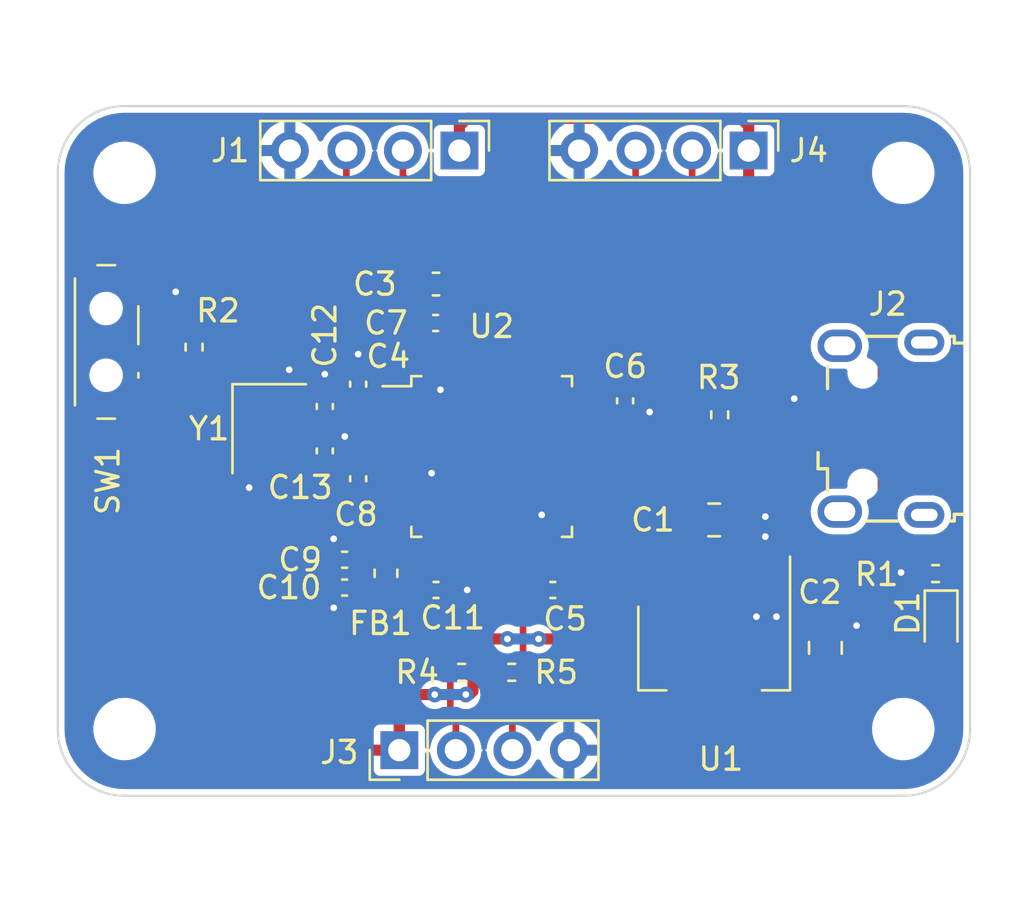
<source format=kicad_pcb>
(kicad_pcb (version 20211014) (generator pcbnew)
  (layers (0 "F.Cu" signal) (31 "B.Cu" power) (34 "B.Paste" user) (35 "F.Paste" user) (36 "B.SilkS" user "B.Silkscreen") (37 "F.SilkS" user "F.Silkscreen") (38 "B.Mask" user) (39 "F.Mask" user) (44 "Edge.Cuts" user))
  (net 0 "")
  (net 1 "VBUS")
  (net 2 "GND")
  (net 3 "+3.3V")
  (net 4 "+3.3VA")
  (net 5 "/NRST")
  (net 6 "/HSE_IN")
  (net 7 "/HSE_OUT")
  (net 8 "/KA")
  (net 9 "/USART1_TX")
  (net 10 "/USART1_RX")
  (net 11 "/USB_D-")
  (net 12 "/USB_D+")
  (net 14 "/I2C2_SCL")
  (net 15 "/I2C2_SDA")
  (net 16 "/SWDIO")
  (net 17 "/SWCLK")
  (net 18 "/BOOTO")
  (net 19 "/SW_BOOTO")
  (footprint "Capacitor_SMD:C_0402_1005Metric" (layer "F.Cu") (at 141.7 97.45 90)
    (fp_text reference "C8" (at -1.6 -0.1) (layer "F.SilkS"))
    (fp_text value "10n")
    (fp_line (start -0.107836 0.36) (end 0.107836 0.36) (layer "F.SilkS") (width 0.12))
    (fp_line (start -0.107836 -0.36) (end 0.107836 -0.36) (layer "F.SilkS") (width 0.12))
    (pad "1" smd roundrect (at -0.48 0 90) (size 0.56 0.62) (layers "F.Cu" "F.Paste" "F.Mask") (net 4 "+3.3VA"))
    (pad "2" smd roundrect (at 0.48 0 90) (size 0.56 0.62) (layers "F.Cu" "F.Paste" "F.Mask") (net 2 "GND"))
  )
  (footprint "Capacitor_SMD:C_0402_1005Metric" (layer "F.Cu") (at 141.7 93.2 90)
    (fp_text reference "C4" (at 1.25 1.35) (layer "F.SilkS"))
    (fp_text value "100n")
    (fp_line (start -0.107836 -0.36) (end 0.107836 -0.36) (layer "F.SilkS") (width 0.12))
    (fp_line (start -0.107836 0.36) (end 0.107836 0.36) (layer "F.SilkS") (width 0.12))
    (pad "1" smd roundrect (at -0.48 0 90) (size 0.56 0.62) (layers "F.Cu" "F.Paste" "F.Mask") (net 3 "+3.3V"))
    (pad "2" smd roundrect (at 0.48 0 90) (size 0.56 0.62) (layers "F.Cu" "F.Paste" "F.Mask") (net 2 "GND"))
  )
  (footprint "Capacitor_SMD:C_0805_2012Metric" (layer "F.Cu") (at 162.7 105.05 90)
    (fp_text reference "C2" (at 2.5 -0.25 180) (layer "F.SilkS"))
    (fp_text value "22u")
    (fp_line (start -0.261252 -0.735) (end 0.261252 -0.735) (layer "F.SilkS") (width 0.12))
    (fp_line (start -0.261252 0.735) (end 0.261252 0.735) (layer "F.SilkS") (width 0.12))
    (pad "1" smd roundrect (at -0.95 0 90) (size 1 1.45) (layers "F.Cu" "F.Paste" "F.Mask") (net 3 "+3.3V"))
    (pad "2" smd roundrect (at 0.95 0 90) (size 1 1.45) (layers "F.Cu" "F.Paste" "F.Mask") (net 2 "GND"))
  )
  (footprint "MountingHole:MountingHole_2.2mm_M2" (layer "F.Cu") (at 131.2 83.7)
    (fp_text reference "H1")
    (fp_text value "MountingHole")
    (pad "" np_thru_hole circle (at 0 0) (size 2.2 2.2) (drill 2.2) (layers *.Cu *.Mask))
  )
  (footprint "Capacitor_SMD:C_0402_1005Metric" (layer "F.Cu") (at 150.45 102.45 180)
    (fp_text reference "C5" (at -0.55 -1.3) (layer "F.SilkS"))
    (fp_text value "100n")
    (fp_line (start -0.107836 -0.36) (end 0.107836 -0.36) (layer "F.SilkS") (width 0.12))
    (fp_line (start -0.107836 0.36) (end 0.107836 0.36) (layer "F.SilkS") (width 0.12))
    (pad "1" smd roundrect (at -0.48 0 180) (size 0.56 0.62) (layers "F.Cu" "F.Paste" "F.Mask") (net 3 "+3.3V"))
    (pad "2" smd roundrect (at 0.48 0 180) (size 0.56 0.62) (layers "F.Cu" "F.Paste" "F.Mask") (net 2 "GND"))
  )
  (footprint "Connector_USB:USB_Micro-B_Wuerth_629105150521" (layer "F.Cu") (at 165.195 95.2 90)
    (fp_text reference "J2" (at 5.6 0.305 180) (layer "F.SilkS"))
    (fp_text value "USB_B_Micro")
    (fp_line (start 1.8 -2.4) (end 2.8 -2.4) (layer "F.SilkS") (width 0.15))
    (fp_line (start 4.15 0.75) (end 4.15 -0.65) (layer "F.SilkS") (width 0.15))
    (fp_line (start 3.85 3.75) (end 3.85 3.3) (layer "F.SilkS") (width 0.15))
    (fp_line (start -1.8 -2.4) (end -2.8 -2.4) (layer "F.SilkS") (width 0.15))
    (fp_line (start 3.85 3.3) (end 4.15 3.3) (layer "F.SilkS") (width 0.15))
    (fp_line (start -1.075 -2.825) (end -1.8 -2.825) (layer "F.SilkS") (width 0.15))
    (fp_line (start -4.15 3.15) (end -4.15 3.3) (layer "F.SilkS") (width 0.15))
    (fp_line (start -1.8 -2.825) (end -1.8 -2.4) (layer "F.SilkS") (width 0.15))
    (fp_line (start -3.85 3.3) (end -3.85 3.75) (layer "F.SilkS") (width 0.15))
    (fp_line (start -4.15 3.3) (end -3.85 3.3) (layer "F.SilkS") (width 0.15))
    (fp_line (start -4.15 -0.65) (end -4.15 0.75) (layer "F.SilkS") (width 0.15))
    (fp_line (start 4.15 3.3) (end 4.15 3.15) (layer "F.SilkS") (width 0.15))
    (pad "" np_thru_hole oval (at -2.5 -0.8 90) (size 0.8 0.8) (drill 0.8) (layers *.Cu *.Mask))
    (pad "" np_thru_hole oval (at 2.5 -0.8 90) (size 0.8 0.8) (drill 0.8) (layers *.Cu *.Mask))
    (pad "1" smd rect (at -1.3 -1.9 90) (size 0.45 1.3) (layers "F.Cu" "F.Paste" "F.Mask") (net 1 "VBUS"))
    (pad "2" smd rect (at -0.65 -1.9 90) (size 0.45 1.3) (layers "F.Cu" "F.Paste" "F.Mask") (net 11 "/USB_D-"))
    (pad "3" smd rect (at 0 -1.9 90) (size 0.45 1.3) (layers "F.Cu" "F.Paste" "F.Mask") (net 12 "/USB_D+"))
    (pad "4" smd rect (at 0.65 -1.9 90) (size 0.45 1.3) (layers "F.Cu" "F.Paste" "F.Mask"))
    (pad "5" smd rect (at 1.3 -1.9 90) (size 0.45 1.3) (layers "F.Cu" "F.Paste" "F.Mask") (net 2 "GND"))
    (pad "6" thru_hole oval (at 3.725 -1.85 90) (size 1.45 2) (drill oval 0.85 1.4) (layers *.Cu *.Mask))
    (pad "6" thru_hole oval (at -3.875 1.95 90) (size 1.15 1.8) (drill oval 0.55 1.2) (layers *.Cu *.Mask))
    (pad "6" thru_hole oval (at 3.875 1.95 90) (size 1.15 1.8) (drill oval 0.55 1.2) (layers *.Cu *.Mask))
    (pad "6" thru_hole oval (at -3.725 -1.85 90) (size 1.45 2) (drill oval 0.85 1.4) (layers *.Cu *.Mask))
  )
  (footprint "Crystal:Crystal_SMD_3225-4Pin_3.2x2.5mm" (layer "F.Cu") (at 137.7 95.2 -90)
    (fp_text reference "Y1" (at 0 2.7 180) (layer "F.SilkS"))
    (fp_text value "16MHz")
    (fp_line (start -2 -1.65) (end -2 1.65) (layer "F.SilkS") (width 0.12))
    (fp_line (start -2 1.65) (end 2 1.65) (layer "F.SilkS") (width 0.12))
    (pad "1" smd rect (at -1.1 0.85 270) (size 1.4 1.2) (layers "F.Cu" "F.Paste" "F.Mask") (net 6 "/HSE_IN"))
    (pad "2" smd rect (at 1.1 0.85 270) (size 1.4 1.2) (layers "F.Cu" "F.Paste" "F.Mask") (net 2 "GND"))
    (pad "3" smd rect (at 1.1 -0.85 270) (size 1.4 1.2) (layers "F.Cu" "F.Paste" "F.Mask") (net 7 "/HSE_OUT"))
    (pad "4" smd rect (at -1.1 -0.85 270) (size 1.4 1.2) (layers "F.Cu" "F.Paste" "F.Mask") (net 2 "GND"))
  )
  (footprint "Capacitor_SMD:C_0402_1005Metric" (layer "F.Cu") (at 141.092164 102.34 180)
    (fp_text reference "C10" (at 2.5 0) (layer "F.SilkS"))
    (fp_text value "1n")
    (fp_line (start -0.107836 -0.36) (end 0.107836 -0.36) (layer "F.SilkS") (width 0.12))
    (fp_line (start -0.107836 0.36) (end 0.107836 0.36) (layer "F.SilkS") (width 0.12))
    (pad "1" smd roundrect (at -0.48 0 180) (size 0.56 0.62) (layers "F.Cu" "F.Paste" "F.Mask") (net 3 "+3.3V"))
    (pad "2" smd roundrect (at 0.48 0 180) (size 0.56 0.62) (layers "F.Cu" "F.Paste" "F.Mask") (net 2 "GND"))
  )
  (footprint "Capacitor_SMD:C_0603_1608Metric" (layer "F.Cu") (at 145.2 88.7)
    (fp_text reference "C3" (at -2.75 0) (layer "F.SilkS"))
    (fp_text value "10u")
    (fp_line (start -0.14058 -0.51) (end 0.14058 -0.51) (layer "F.SilkS") (width 0.12))
    (fp_line (start -0.14058 0.51) (end 0.14058 0.51) (layer "F.SilkS") (width 0.12))
    (pad "1" smd roundrect (at -0.775 0) (size 0.9 0.95) (layers "F.Cu" "F.Paste" "F.Mask") (net 3 "+3.3V"))
    (pad "2" smd roundrect (at 0.775 0) (size 0.9 0.95) (layers "F.Cu" "F.Paste" "F.Mask") (net 2 "GND"))
  )
  (footprint "MountingHole:MountingHole_2.2mm_M2" (layer "F.Cu") (at 166.2 83.7)
    (fp_text reference "H2")
    (fp_text value "MountingHole")
    (pad "" np_thru_hole circle (at 0 0) (size 2.2 2.2) (drill 2.2) (layers *.Cu *.Mask))
  )
  (footprint "Capacitor_SMD:C_0402_1005Metric" (layer "F.Cu") (at 145.2 102.45)
    (fp_text reference "C11" (at 0.75 1.25) (layer "F.SilkS"))
    (fp_text value "100n")
    (fp_line (start -0.107836 -0.36) (end 0.107836 -0.36) (layer "F.SilkS") (width 0.12))
    (fp_line (start -0.107836 0.36) (end 0.107836 0.36) (layer "F.SilkS") (width 0.12))
    (pad "1" smd roundrect (at -0.48 0) (size 0.56 0.62) (layers "F.Cu" "F.Paste" "F.Mask") (net 5 "/NRST"))
    (pad "2" smd roundrect (at 0.48 0) (size 0.56 0.62) (layers "F.Cu" "F.Paste" "F.Mask") (net 2 "GND"))
  )
  (footprint "Capacitor_SMD:C_0402_1005Metric" (layer "F.Cu") (at 140.2 94.2 90)
    (fp_text reference "C12" (at 3.2 0 270) (layer "F.SilkS"))
    (fp_text value "10p")
    (fp_line (start -0.107836 -0.36) (end 0.107836 -0.36) (layer "F.SilkS") (width 0.12))
    (fp_line (start -0.107836 0.36) (end 0.107836 0.36) (layer "F.SilkS") (width 0.12))
    (pad "1" smd roundrect (at -0.48 0 90) (size 0.56 0.62) (layers "F.Cu" "F.Paste" "F.Mask") (net 6 "/HSE_IN"))
    (pad "2" smd roundrect (at 0.48 0 90) (size 0.56 0.62) (layers "F.Cu" "F.Paste" "F.Mask") (net 2 "GND"))
  )
  (footprint "Resistor_SMD:R_0402_1005Metric" (layer "F.Cu") (at 134.325 91.535 -90)
    (fp_text reference "R2" (at -1.635 -1.075 -180) (layer "F.SilkS"))
    (fp_text value "10k")
    (fp_line (start -0.153641 -0.38) (end 0.153641 -0.38) (layer "F.SilkS") (width 0.12))
    (fp_line (start -0.153641 0.38) (end 0.153641 0.38) (layer "F.SilkS") (width 0.12))
    (pad "1" smd roundrect (at -0.51 0 270) (size 0.54 0.64) (layers "F.Cu" "F.Paste" "F.Mask") (net 18 "/BOOTO"))
    (pad "2" smd roundrect (at 0.51 0 270) (size 0.54 0.64) (layers "F.Cu" "F.Paste" "F.Mask") (net 19 "/SW_BOOTO"))
  )
  (footprint "Capacitor_SMD:C_0402_1005Metric" (layer "F.Cu") (at 140.2 96.2 90)
    (fp_text reference "C13" (at -1.64 -1.107836) (layer "F.SilkS"))
    (fp_text value "10p")
    (fp_line (start -0.107836 0.36) (end 0.107836 0.36) (layer "F.SilkS") (width 0.12))
    (fp_line (start -0.107836 -0.36) (end 0.107836 -0.36) (layer "F.SilkS") (width 0.12))
    (pad "1" smd roundrect (at -0.48 0 90) (size 0.56 0.62) (layers "F.Cu" "F.Paste" "F.Mask") (net 7 "/HSE_OUT"))
    (pad "2" smd roundrect (at 0.48 0 90) (size 0.56 0.62) (layers "F.Cu" "F.Paste" "F.Mask") (net 2 "GND"))
  )
  (footprint "Inductor_SMD:L_0603_1608Metric" (layer "F.Cu") (at 142.95 101.7 90)
    (fp_text reference "FB1" (at -2.25 -0.25 180) (layer "F.SilkS"))
    (fp_text value "FerriteBead")
    (fp_line (start -0.162779 -0.51) (end 0.162779 -0.51) (layer "F.SilkS") (width 0.12))
    (fp_line (start -0.162779 0.51) (end 0.162779 0.51) (layer "F.SilkS") (width 0.12))
    (pad "1" smd roundrect (at -0.7875 0 90) (size 0.875 0.95) (layers "F.Cu" "F.Paste" "F.Mask") (net 3 "+3.3V"))
    (pad "2" smd roundrect (at 0.7875 0 90) (size 0.875 0.95) (layers "F.Cu" "F.Paste" "F.Mask") (net 4 "+3.3VA"))
  )
  (footprint "Package_QFP:LQFP-48_7x7mm_P0.5mm" (layer "F.Cu") (at 147.7 96.45)
    (fp_text reference "U2" (at 0 -5.85) (layer "F.SilkS"))
    (fp_text value "STM32F103C8T6")
    (fp_line (start -3.61 -3.16) (end -4.9 -3.16) (layer "F.SilkS") (width 0.12))
    (fp_line (start -3.16 -3.61) (end -3.61 -3.61) (layer "F.SilkS") (width 0.12))
    (fp_line (start 3.16 3.61) (end 3.61 3.61) (layer "F.SilkS") (width 0.12))
    (fp_line (start -3.16 3.61) (end -3.61 3.61) (layer "F.SilkS") (width 0.12))
    (fp_line (start 3.61 -3.61) (end 3.61 -3.16) (layer "F.SilkS") (width 0.12))
    (fp_line (start 3.16 -3.61) (end 3.61 -3.61) (layer "F.SilkS") (width 0.12))
    (fp_line (start -3.61 -3.61) (end -3.61 -3.16) (layer "F.SilkS") (width 0.12))
    (fp_line (start -3.61 3.61) (end -3.61 3.16) (layer "F.SilkS") (width 0.12))
    (fp_line (start 3.61 3.61) (end 3.61 3.16) (layer "F.SilkS") (width 0.12))
    (pad "1" smd roundrect (at -4.1625 -2.75) (size 1.475 0.3) (layers "F.Cu" "F.Paste" "F.Mask") (net 3 "+3.3V"))
    (pad "2" smd roundrect (at -4.1625 -2.25) (size 1.475 0.3) (layers "F.Cu" "F.Paste" "F.Mask"))
    (pad "3" smd roundrect (at -4.1625 -1.75) (size 1.475 0.3) (layers "F.Cu" "F.Paste" "F.Mask"))
    (pad "4" smd roundrect (at -4.1625 -1.25) (size 1.475 0.3) (layers "F.Cu" "F.Paste" "F.Mask"))
    (pad "5" smd roundrect (at -4.1625 -0.75) (size 1.475 0.3) (layers "F.Cu" "F.Paste" "F.Mask") (net 6 "/HSE_IN"))
    (pad "6" smd roundrect (at -4.1625 -0.25) (size 1.475 0.3) (layers "F.Cu" "F.Paste" "F.Mask") (net 7 "/HSE_OUT"))
    (pad "7" smd roundrect (at -4.1625 0.25) (size 1.475 0.3) (layers "F.Cu" "F.Paste" "F.Mask") (net 5 "/NRST"))
    (pad "8" smd roundrect (at -4.1625 0.75) (size 1.475 0.3) (layers "F.Cu" "F.Paste" "F.Mask") (net 2 "GND"))
    (pad "9" smd roundrect (at -4.1625 1.25) (size 1.475 0.3) (layers "F.Cu" "F.Paste" "F.Mask") (net 4 "+3.3VA"))
    (pad "10" smd roundrect (at -4.1625 1.75) (size 1.475 0.3) (layers "F.Cu" "F.Paste" "F.Mask"))
    (pad "11" smd roundrect (at -4.1625 2.25) (size 1.475 0.3) (layers "F.Cu" "F.Paste" "F.Mask"))
    (pad "12" smd roundrect (at -4.1625 2.75) (size 1.475 0.3) (layers "F.Cu" "F.Paste" "F.Mask"))
    (pad "13" smd roundrect (at -2.75 4.1625) (size 0.3 1.475) (layers "F.Cu" "F.Paste" "F.Mask"))
    (pad "14" smd roundrect (at -2.25 4.1625) (size 0.3 1.475) (layers "F.Cu" "F.Paste" "F.Mask"))
    (pad "15" smd roundrect (at -1.75 4.1625) (size 0.3 1.475) (layers "F.Cu" "F.Paste" "F.Mask"))
    (pad "16" smd roundrect (at -1.25 4.1625) (size 0.3 1.475) (layers "F.Cu" "F.Paste" "F.Mask"))
    (pad "17" smd roundrect (at -0.75 4.1625) (size 0.3 1.475) (layers "F.Cu" "F.Paste" "F.Mask"))
    (pad "18" smd roundrect (at -0.25 4.1625) (size 0.3 1.475) (layers "F.Cu" "F.Paste" "F.Mask"))
    (pad "19" smd roundrect (at 0.25 4.1625) (size 0.3 1.475) (layers "F.Cu" "F.Paste" "F.Mask"))
    (pad "20" smd roundrect (at 0.75 4.1625) (size 0.3 1.475) (layers "F.Cu" "F.Paste" "F.Mask"))
    (pad "21" smd roundrect (at 1.25 4.1625) (size 0.3 1.475) (layers "F.Cu" "F.Paste" "F.Mask") (net 14 "/I2C2_SCL"))
    (pad "22" smd roundrect (at 1.75 4.1625) (size 0.3 1.475) (layers "F.Cu" "F.Paste" "F.Mask") (net 15 "/I2C2_SDA"))
    (pad "23" smd roundrect (at 2.25 4.1625) (size 0.3 1.475) (layers "F.Cu" "F.Paste" "F.Mask") (net 2 "GND"))
    (pad "24" smd roundrect (at 2.75 4.1625) (size 0.3 1.475) (layers "F.Cu" "F.Paste" "F.Mask") (net 3 "+3.3V"))
    (pad "25" smd roundrect (at 4.1625 2.75) (size 1.475 0.3) (layers "F.Cu" "F.Paste" "F.Mask"))
    (pad "26" smd roundrect (at 4.1625 2.25) (size 1.475 0.3) (layers "F.Cu" "F.Paste" "F.Mask"))
    (pad "27" smd roundrect (at 4.1625 1.75) (size 1.475 0.3) (layers "F.Cu" "F.Paste" "F.Mask"))
    (pad "28" smd roundrect (at 4.1625 1.25) (size 1.475 0.3) (layers "F.Cu" "F.Paste" "F.Mask"))
    (pad "29" smd roundrect (at 4.1625 0.75) (size 1.475 0.3) (layers "F.Cu" "F.Paste" "F.Mask"))
    (pad "30" smd roundrect (at 4.1625 0.25) (size 1.475 0.3) (layers "F.Cu" "F.Paste" "F.Mask"))
    (pad "31" smd roundrect (at 4.1625 -0.25) (size 1.475 0.3) (layers "F.Cu" "F.Paste" "F.Mask"))
    (pad "32" smd roundrect (at 4.1625 -0.75) (size 1.475 0.3) (layers "F.Cu" "F.Paste" "F.Mask") (net 11 "/USB_D-"))
    (pad "33" smd roundrect (at 4.1625 -1.25) (size 1.475 0.3) (layers "F.Cu" "F.Paste" "F.Mask") (net 12 "/USB_D+"))
    (pad "34" smd roundrect (at 4.1625 -1.75) (size 1.475 0.3) (layers "F.Cu" "F.Paste" "F.Mask") (net 16 "/SWDIO"))
    (pad "35" smd roundrect (at 4.1625 -2.25) (size 1.475 0.3) (layers "F.Cu" "F.Paste" "F.Mask") (net 2 "GND"))
    (pad "36" smd roundrect (at 4.1625 -2.75) (size 1.475 0.3) (layers "F.Cu" "F.Paste" "F.Mask") (net 3 "+3.3V"))
    (pad "37" smd roundrect (at 2.75 -4.1625) (size 0.3 1.475) (layers "F.Cu" "F.Paste" "F.Mask") (net 17 "/SWCLK"))
    (pad "38" smd roundrect (at 2.25 -4.1625) (size 0.3 1.475) (layers "F.Cu" "F.Paste" "F.Mask"))
    (pad "39" smd roundrect (at 1.75 -4.1625) (size 0.3 1.475) (layers "F.Cu" "F.Paste" "F.Mask"))
    (pad "40" smd roundrect (at 1.25 -4.1625) (size 0.3 1.475) (layers "F.Cu" "F.Paste" "F.Mask"))
    (pad "41" smd roundrect (at 0.75 -4.1625) (size 0.3 1.475) (layers "F.Cu" "F.Paste" "F.Mask"))
    (pad "42" smd roundrect (at 0.25 -4.1625) (size 0.3 1.475) (layers "F.Cu" "F.Paste" "F.Mask") (net 9 "/USART1_TX"))
    (pad "43" smd roundrect (at -0.25 -4.1625) (size 0.3 1.475) (layers "F.Cu" "F.Paste" "F.Mask") (net 10 "/USART1_RX"))
    (pad "44" smd roundrect (at -0.75 -4.1625) (size 0.3 1.475) (layers "F.Cu" "F.Paste" "F.Mask") (net 18 "/BOOTO"))
    (pad "45" smd roundrect (at -1.25 -4.1625) (size 0.3 1.475) (layers "F.Cu" "F.Paste" "F.Mask"))
    (pad "46" smd roundrect (at -1.75 -4.1625) (size 0.3 1.475) (layers "F.Cu" "F.Paste" "F.Mask"))
    (pad "47" smd roundrect (at -2.25 -4.1625) (size 0.3 1.475) (layers "F.Cu" "F.Paste" "F.Mask") (net 2 "GND"))
    (pad "48" smd roundrect (at -2.75 -4.1625) (size 0.3 1.475) (layers "F.Cu" "F.Paste" "F.Mask") (net 3 "+3.3V"))
  )
  (footprint "Capacitor_SMD:C_0402_1005Metric" (layer "F.Cu") (at 141.092164 101.09 180)
    (fp_text reference "C9" (at 2 0) (layer "F.SilkS"))
    (fp_text value "1n")
    (fp_line (start -0.107836 0.36) (end 0.107836 0.36) (layer "F.SilkS") (width 0.12))
    (fp_line (start -0.107836 -0.36) (end 0.107836 -0.36) (layer "F.SilkS") (width 0.12))
    (pad "1" smd roundrect (at -0.48 0 180) (size 0.56 0.62) (layers "F.Cu" "F.Paste" "F.Mask") (net 4 "+3.3VA"))
    (pad "2" smd roundrect (at 0.48 0 180) (size 0.56 0.62) (layers "F.Cu" "F.Paste" "F.Mask") (net 2 "GND"))
  )
  (footprint "Resistor_SMD:R_0402_1005Metric" (layer "F.Cu") (at 148.6 106.15 180)
    (fp_text reference "R5" (at -2 0) (layer "F.SilkS"))
    (fp_text value "1k5")
    (fp_line (start -0.153641 -0.38) (end 0.153641 -0.38) (layer "F.SilkS") (width 0.12))
    (fp_line (start -0.153641 0.38) (end 0.153641 0.38) (layer "F.SilkS") (width 0.12))
    (pad "1" smd roundrect (at -0.51 0 180) (size 0.54 0.64) (layers "F.Cu" "F.Paste" "F.Mask") (net 15 "/I2C2_SDA"))
    (pad "2" smd roundrect (at 0.51 0 180) (size 0.54 0.64) (layers "F.Cu" "F.Paste" "F.Mask") (net 3 "+3.3V"))
  )
  (footprint "Capacitor_SMD:C_0402_1005Metric" (layer "F.Cu") (at 145.18 90.45)
    (fp_text reference "C7" (at -2.23 0) (layer "F.SilkS"))
    (fp_text value "100n")
    (fp_line (start -0.107836 -0.36) (end 0.107836 -0.36) (layer "F.SilkS") (width 0.12))
    (fp_line (start -0.107836 0.36) (end 0.107836 0.36) (layer "F.SilkS") (width 0.12))
    (pad "1" smd roundrect (at -0.48 0) (size 0.56 0.62) (layers "F.Cu" "F.Paste" "F.Mask") (net 3 "+3.3V"))
    (pad "2" smd roundrect (at 0.48 0) (size 0.56 0.62) (layers "F.Cu" "F.Paste" "F.Mask") (net 2 "GND"))
  )
  (footprint "Capacitor_SMD:C_0402_1005Metric" (layer "F.Cu") (at 153.7 93.95 -90)
    (fp_text reference "C6" (at -1.55 0 180) (layer "F.SilkS"))
    (fp_text value "100n")
    (fp_line (start -0.107836 -0.36) (end 0.107836 -0.36) (layer "F.SilkS") (width 0.12))
    (fp_line (start -0.107836 0.36) (end 0.107836 0.36) (layer "F.SilkS") (width 0.12))
    (pad "1" smd roundrect (at -0.48 0 270) (size 0.56 0.62) (layers "F.Cu" "F.Paste" "F.Mask") (net 3 "+3.3V"))
    (pad "2" smd roundrect (at 0.48 0 270) (size 0.56 0.62) (layers "F.Cu" "F.Paste" "F.Mask") (net 2 "GND"))
  )
  (footprint "Resistor_SMD:R_0402_1005Metric" (layer "F.Cu") (at 167.65 101.7125)
    (fp_text reference "R1" (at -2.65 0.0375 180) (layer "F.SilkS"))
    (fp_text value "1k5")
    (fp_line (start -0.153641 -0.38) (end 0.153641 -0.38) (layer "F.SilkS") (width 0.12))
    (fp_line (start -0.153641 0.38) (end 0.153641 0.38) (layer "F.SilkS") (width 0.12))
    (pad "1" smd roundrect (at -0.51 0) (size 0.54 0.64) (layers "F.Cu" "F.Paste" "F.Mask") (net 2 "GND"))
    (pad "2" smd roundrect (at 0.51 0) (size 0.54 0.64) (layers "F.Cu" "F.Paste" "F.Mask") (net 8 "/KA"))
  )
  (footprint "MountingHole:MountingHole_2.2mm_M2" (layer "F.Cu") (at 166.2 108.7)
    (fp_text reference "H4")
    (fp_text value "MountingHole")
    (pad "" np_thru_hole circle (at 0 0) (size 2.2 2.2) (drill 2.2) (layers *.Cu *.Mask))
  )
  (footprint "Connector_PinHeader_2.54mm:PinHeader_1x04_P2.54mm_Vertical" (layer "F.Cu") (at 143.55 109.65 90)
    (fp_text reference "J3" (at -0.1 -2.7 180) (layer "F.SilkS"))
    (fp_text value "Conn_01x04_Male")
    (fp_line (start -1.33 8.95) (end 1.33 8.95) (layer "F.SilkS") (width 0.12))
    (fp_line (start -1.33 1.27) (end -1.33 8.95) (layer "F.SilkS") (width 0.12))
    (fp_line (start -1.33 1.27) (end 1.33 1.27) (layer "F.SilkS") (width 0.12))
    (fp_line (start 1.33 1.27) (end 1.33 8.95) (layer "F.SilkS") (width 0.12))
    (fp_line (start -1.33 -1.33) (end 0 -1.33) (layer "F.SilkS") (width 0.12))
    (fp_line (start -1.33 0) (end -1.33 -1.33) (layer "F.SilkS") (width 0.12))
    (pad "1" thru_hole rect (at 0 0 90) (size 1.7 1.7) (drill 1) (layers *.Cu *.Mask) (net 3 "+3.3V"))
    (pad "2" thru_hole oval (at 0 2.54 90) (size 1.7 1.7) (drill 1) (layers *.Cu *.Mask) (net 14 "/I2C2_SCL"))
    (pad "3" thru_hole oval (at 0 5.08 90) (size 1.7 1.7) (drill 1) (layers *.Cu *.Mask) (net 15 "/I2C2_SDA"))
    (pad "4" thru_hole oval (at 0 7.62 90) (size 1.7 1.7) (drill 1) (layers *.Cu *.Mask) (net 2 "GND"))
  )
  (footprint "LED_SMD:LED_0603_1608Metric" (layer "F.Cu") (at 167.9 103.9625 -90)
    (fp_text reference "D1" (at -0.4625 1.5 -90) (layer "F.SilkS"))
    (fp_text value "RED")
    (fp_line (start -1.485 0.735) (end 0.8 0.735) (layer "F.SilkS") (width 0.12))
    (fp_line (start 0.8 -0.735) (end -1.485 -0.735) (layer "F.SilkS") (width 0.12))
    (fp_line (start -1.485 -0.735) (end -1.485 0.735) (layer "F.SilkS") (width 0.12))
    (pad "1" smd roundrect (at -0.7875 0 270) (size 0.875 0.95) (layers "F.Cu" "F.Paste" "F.Mask") (net 8 "/KA"))
    (pad "2" smd roundrect (at 0.7875 0 270) (size 0.875 0.95) (layers "F.Cu" "F.Paste" "F.Mask") (net 3 "+3.3V"))
  )
  (footprint "Resistor_SMD:R_0402_1005Metric" (layer "F.Cu") (at 146.35 106.15)
    (fp_text reference "R4" (at -2 0) (layer "F.SilkS"))
    (fp_text value "1k5")
    (fp_line (start -0.153641 0.38) (end 0.153641 0.38) (layer "F.SilkS") (width 0.12))
    (fp_line (start -0.153641 -0.38) (end 0.153641 -0.38) (layer "F.SilkS") (width 0.12))
    (pad "1" smd roundrect (at -0.51 0) (size 0.54 0.64) (layers "F.Cu" "F.Paste" "F.Mask") (net 14 "/I2C2_SCL"))
    (pad "2" smd roundrect (at 0.51 0) (size 0.54 0.64) (layers "F.Cu" "F.Paste" "F.Mask") (net 3 "+3.3V"))
  )
  (footprint "Package_TO_SOT_SMD:SOT-223-3_TabPin2" (layer "F.Cu") (at 157.7 105.05 -90)
    (fp_text reference "U1" (at 5 -0.3 180) (layer "F.SilkS"))
    (fp_text value "AMS1117-3.3")
    (fp_line (start 1.91 -3.41) (end 1.91 -2.15) (layer "F.SilkS") (width 0.12))
    (fp_line (start -1.85 3.41) (end 1.91 3.41) (layer "F.SilkS") (width 0.12))
    (fp_line (start -4.1 -3.41) (end 1.91 -3.41) (layer "F.SilkS") (width 0.12))
    (fp_line (start 1.91 3.41) (end 1.91 2.15) (layer "F.SilkS") (width 0.12))
    (pad "1" smd rect (at -3.15 -2.3 270) (size 2 1.5) (layers "F.Cu" "F.Paste" "F.Mask") (net 2 "GND"))
    (pad "2" smd rect (at 3.15 0 270) (size 2 3.8) (layers "F.Cu" "F.Paste" "F.Mask") (net 3 "+3.3V"))
    (pad "2" smd rect (at -3.15 0 270) (size 2 1.5) (layers "F.Cu" "F.Paste" "F.Mask") (net 3 "+3.3V"))
    (pad "3" smd rect (at -3.15 2.3 270) (size 2 1.5) (layers "F.Cu" "F.Paste" "F.Mask") (net 1 "VBUS"))
  )
  (footprint "Connector_PinHeader_2.54mm:PinHeader_1x04_P2.54mm_Vertical" (layer "F.Cu") (at 159.25 82.7 -90)
    (fp_text reference "J4" (at 0 -2.7) (layer "F.SilkS"))
    (fp_text value "Conn_01x04_Male")
    (fp_line (start -1.33 8.95) (end 1.33 8.95) (layer "F.SilkS") (width 0.12))
    (fp_line (start -1.33 1.27) (end 1.33 1.27) (layer "F.SilkS") (width 0.12))
    (fp_line (start -1.33 0) (end -1.33 -1.33) (layer "F.SilkS") (width 0.12))
    (fp_line (start -1.33 1.27) (end -1.33 8.95) (layer "F.SilkS") (width 0.12))
    (fp_line (start 1.33 1.27) (end 1.33 8.95) (layer "F.SilkS") (width 0.12))
    (fp_line (start -1.33 -1.33) (end 0 -1.33) (layer "F.SilkS") (width 0.12))
    (pad "1" thru_hole rect (at 0 0 270) (size 1.7 1.7) (drill 1) (layers *.Cu *.Mask) (net 3 "+3.3V"))
    (pad "2" thru_hole oval (at 0 2.54 270) (size 1.7 1.7) (drill 1) (layers *.Cu *.Mask) (net 16 "/SWDIO"))
    (pad "3" thru_hole oval (at 0 5.08 270) (size 1.7 1.7) (drill 1) (layers *.Cu *.Mask) (net 17 "/SWCLK"))
    (pad "4" thru_hole oval (at 0 7.62 270) (size 1.7 1.7) (drill 1) (layers *.Cu *.Mask) (net 2 "GND"))
  )
  (footprint "Resistor_SMD:R_0402_1005Metric" (layer "F.Cu") (at 157.95 94.575 -90)
    (fp_text reference "R3" (at -1.675 0.05) (layer "F.SilkS"))
    (fp_text value "1k5")
    (fp_line (start -0.153641 -0.38) (end 0.153641 -0.38) (layer "F.SilkS") (width 0.12))
    (fp_line (start -0.153641 0.38) (end 0.153641 0.38) (layer "F.SilkS") (width 0.12))
    (pad "1" smd roundrect (at -0.51 0 270) (size 0.54 0.64) (layers "F.Cu" "F.Paste" "F.Mask") (net 3 "+3.3V"))
    (pad "2" smd roundrect (at 0.51 0 270) (size 0.54 0.64) (layers "F.Cu" "F.Paste" "F.Mask") (net 12 "/USB_D+"))
  )
  (footprint "Button_Switch_SMD:SW_SPDT_PCM12" (layer "F.Cu") (at 130.7 91.3 -90)
    (fp_text reference "SW1" (at 6.25 0.25 90) (layer "F.SilkS"))
    (fp_text value "SW_SPDT")
    (fp_line (start 1.4 -1.12) (end 1.6 -1.12) (layer "F.SilkS") (width 0.12))
    (fp_line (start -3.45 -0.07) (end -3.45 0.72) (layer "F.SilkS") (width 0.12))
    (fp_line (start -2.85 1.73) (end 2.85 1.73) (layer "F.SilkS") (width 0.12))
    (fp_line (start 3.45 0.72) (end 3.45 -0.07) (layer "F.SilkS") (width 0.12))
    (fp_line (start -1.6 -1.12) (end 0.1 -1.12) (layer "F.SilkS") (width 0.12))
    (pad "" smd rect (at -3.65 -0.78 270) (size 1 0.8) (layers "F.Cu" "F.Paste" "F.Mask"))
    (pad "" smd rect (at 3.65 1.43 270) (size 1 0.8) (layers "F.Cu" "F.Paste" "F.Mask"))
    (pad "" smd rect (at -3.65 1.43 270) (size 1 0.8) (layers "F.Cu" "F.Paste" "F.Mask"))
    (pad "" smd rect (at 3.65 -0.78 270) (size 1 0.8) (layers "F.Cu" "F.Paste" "F.Mask"))
    (pad "" np_thru_hole circle (at 1.5 0.33 270) (size 0.9 0.9) (drill 0.9) (layers *.Cu *.Mask))
    (pad "" np_thru_hole circle (at -1.5 0.33 270) (size 0.9 0.9) (drill 0.9) (layers *.Cu *.Mask))
    (pad "1" smd rect (at -2.25 -1.43 270) (size 0.7 1.5) (layers "F.Cu" "F.Paste" "F.Mask") (net 2 "GND"))
    (pad "2" smd rect (at 0.75 -1.43 270) (size 0.7 1.5) (layers "F.Cu" "F.Paste" "F.Mask") (net 19 "/SW_BOOTO"))
    (pad "3" smd rect (at 2.25 -1.43 270) (size 0.7 1.5) (layers "F.Cu" "F.Paste" "F.Mask") (net 3 "+3.3V"))
  )
  (footprint "Capacitor_SMD:C_0805_2012Metric" (layer "F.Cu") (at 157.7 99.3)
    (fp_text reference "C1" (at -2.75 0) (layer "F.SilkS"))
    (fp_text value "22u")
    (fp_line (start -0.261252 0.735) (end 0.261252 0.735) (layer "F.SilkS") (width 0.12))
    (fp_line (start -0.261252 -0.735) (end 0.261252 -0.735) (layer "F.SilkS") (width 0.12))
    (pad "1" smd roundrect (at -0.95 0) (size 1 1.45) (layers "F.Cu" "F.Paste" "F.Mask") (net 1 "VBUS"))
    (pad "2" smd roundrect (at 0.95 0) (size 1 1.45) (layers "F.Cu" "F.Paste" "F.Mask") (net 2 "GND"))
  )
  (footprint "MountingHole:MountingHole_2.2mm_M2" (layer "F.Cu") (at 131.2 108.7)
    (fp_text reference "H3")
    (fp_text value "MountingHole")
    (pad "" np_thru_hole circle (at 0 0) (size 2.2 2.2) (drill 2.2) (layers *.Cu *.Mask))
  )
  (footprint "Connector_PinHeader_2.54mm:PinHeader_1x04_P2.54mm_Vertical" (layer "F.Cu") (at 146.25 82.7 -90)
    (fp_text reference "J1" (at 0 10.3 180) (layer "F.SilkS"))
    (fp_text value "Conn_01x04_Male")
    (fp_line (start 1.33 1.27) (end 1.33 8.95) (layer "F.SilkS") (width 0.12))
    (fp_line (start -1.33 0) (end -1.33 -1.33) (layer "F.SilkS") (width 0.12))
    (fp_line (start -1.33 8.95) (end 1.33 8.95) (layer "F.SilkS") (width 0.12))
    (fp_line (start -1.33 -1.33) (end 0 -1.33) (layer "F.SilkS") (width 0.12))
    (fp_line (start -1.33 1.27) (end 1.33 1.27) (layer "F.SilkS") (width 0.12))
    (fp_line (start -1.33 1.27) (end -1.33 8.95) (layer "F.SilkS") (width 0.12))
    (pad "1" thru_hole rect (at 0 0 270) (size 1.7 1.7) (drill 1) (layers *.Cu *.Mask) (net 3 "+3.3V"))
    (pad "2" thru_hole oval (at 0 2.54 270) (size 1.7 1.7) (drill 1) (layers *.Cu *.Mask) (net 9 "/USART1_TX"))
    (pad "3" thru_hole oval (at 0 5.08 270) (size 1.7 1.7) (drill 1) (layers *.Cu *.Mask) (net 10 "/USART1_RX"))
    (pad "4" thru_hole oval (at 0 7.62 270) (size 1.7 1.7) (drill 1) (layers *.Cu *.Mask) (net 2 "GND"))
  )
  (gr_line (start 169.2 108.7) (end 169.2 83.7) (layer "Edge.Cuts") (width 0.1))
  (gr_line (start 128.2 108.7) (end 128.2 83.7) (layer "Edge.Cuts") (width 0.1))
  (gr_line (start 166.2 80.7) (end 131.2 80.7) (layer "Edge.Cuts") (width 0.1))
  (gr_line (start 166.2 111.7) (end 131.2 111.7) (layer "Edge.Cuts") (width 0.1))
  (gr_arc (start 131.2 111.7) (mid 129.07868 110.82132) (end 128.2 108.7) (layer "Edge.Cuts") (width 0.1))
  (gr_arc (start 128.2 83.7) (mid 129.07868 81.57868) (end 131.2 80.7) (layer "Edge.Cuts") (width 0.1))
  (gr_arc (start 169.2 108.7) (mid 168.32132 110.82132) (end 166.2 111.7) (layer "Edge.Cuts") (width 0.1))
  (gr_arc (start 166.2 80.7) (mid 168.32132 81.57868) (end 169.2 83.7) (layer "Edge.Cuts") (width 0.1))
  (segment (start 167.14 101.7125) (end 166.15 101.7125) (width 0.5) (layer "F.Cu") (net 2))
  (segment (start 145.45 93.4) (end 145.45 92.2875) (width 0.3) (layer "F.Cu") (net 2))
  (segment (start 161.35 93.9) (end 161.3 93.85) (width 0.3) (layer "F.Cu") (net 2))
  (segment (start 141.7 92.72) (end 141.7 91.85) (width 0.5) (layer "F.Cu") (net 2))
  (segment (start 149.95 100.6125) (end 149.95 99.075) (width 0.3) (layer "F.Cu") (net 2))
  (segment (start 140.2 93.72) (end 140.2 93.15) (width 0.5) (layer "F.Cu") (net 2))
  (segment (start 145.66 90.45) (end 145.66 90.24) (width 0.3) (layer "F.Cu") (net 2))
  (segment (start 145.66 90.24) (end 145.975 89.925) (width 0.3) (layer "F.Cu") (net 2))
  (segment (start 145.7 91.2) (end 145.7 90.49) (width 0.3) (layer "F.Cu") (net 2))
  (segment (start 140.612164 101.09) (end 140.612164 100.162164) (width 0.5) (layer "F.Cu") (net 2))
  (segment (start 140.612164 103.237836) (end 140.612164 102.34) (width 0.5) (layer "F.Cu") (net 2))
  (segment (start 140.2 95.72) (end 140.93 95.72) (width 0.3) (layer "F.Cu") (net 2))
  (segment (start 154.78 94.43) (end 154.8 94.45) (width 0.3) (layer "F.Cu") (net 2))
  (segment (start 163.295 93.9) (end 161.35 93.9) (width 0.3) (layer "F.Cu") (net 2))
  (segment (start 142.698959 97.2) (end 142.45 96.951041) (width 0.3) (layer "F.Cu") (net 2))
  (segment (start 142.45 96.951041) (end 142.45 96.95) (width 0.3) (layer "F.Cu") (net 2))
  (segment (start 136.8 97.85) (end 136.8 96.35) (width 0.5) (layer "F.Cu") (net 2))
  (segment (start 151.8625 94.2) (end 152.701041 94.2) (width 0.3) (layer "F.Cu") (net 2))
  (segment (start 145.45 91.448959) (end 145.698959 91.2) (width 0.3) (layer "F.Cu") (net 2))
  (segment (start 152.95 94.448959) (end 152.95 94.45) (width 0.3) (layer "F.Cu") (net 2))
  (segment (start 138.55 92.6) (end 138.6 92.55) (width 0.5) (layer "F.Cu") (net 2))
  (segment (start 153.7 94.43) (end 154.78 94.43) (width 0.3) (layer "F.Cu") (net 2))
  (segment (start 140.93 95.72) (end 141.1 95.55) (width 0.3) (layer "F.Cu") (net 2))
  (segment (start 149.95 100.6125) (end 149.95 102.43) (width 0.3) (layer "F.Cu") (net 2))
  (segment (start 145.4 93.45) (end 145.45 93.4) (width 0.3) (layer "F.Cu") (net 2))
  (segment (start 140.6 103.25) (end 140.612164 103.237836) (width 0.5) (layer "F.Cu") (net 2))
  (segment (start 138.55 94.1) (end 138.55 92.6) (width 0.5) (layer "F.Cu") (net 2))
  (segment (start 153.68 94.45) (end 153.7 94.43) (width 0.3) (layer "F.Cu") (net 2))
  (segment (start 145.68 102.45) (end 146.6 102.45) (width 0.5) (layer "F.Cu") (net 2))
  (segment (start 140.2 93.15) (end 140.2 92.75) (width 0.5) (layer "F.Cu") (net 2))
  (segment (start 142.45 96.95) (end 141.72 96.95) (width 0.3) (layer "F.Cu") (net 2))
  (segment (start 166.15 101.7125) (end 166.1 101.6625) (width 0.5) (layer "F.Cu") (net 2))
  (segment (start 140.612164 100.162164) (end 140.6 100.15) (width 0.5) (layer "F.Cu") (net 2))
  (segment (start 145.7 90.49) (end 145.66 90.45) (width 0.3) (layer "F.Cu") (net 2))
  (segment (start 152.701041 94.2) (end 152.95 94.448959) (width 0.3) (layer "F.Cu") (net 2))
  (segment (start 145.975 89.925) (end 145.975 88.7) (width 0.3) (layer "F.Cu") (net 2))
  (segment (start 149.95 102.43) (end 149.97 102.45) (width 0.3) (layer "F.Cu") (net 2))
  (segment (start 136.8 96.35) (end 136.85 96.3) (width 0.5) (layer "F.Cu") (net 2))
  (segment (start 145.45 92.2875) (end 145.45 91.448959) (width 0.3) (layer "F.Cu") (net 2))
  (segment (start 143.5375 97.2) (end 142.698959 97.2) (width 0.3) (layer "F.Cu") (net 2))
  (segment (start 132.13 89.05) (end 133.5 89.05) (width 0.5) (layer "F.Cu") (net 2))
  (segment (start 145 97.2) (end 143.5375 97.2) (width 0.3) (layer "F.Cu") (net 2))
  (segment (start 152.95 94.45) (end 153.68 94.45) (width 0.3) (layer "F.Cu") (net 2))
  (segment (start 141.72 96.95) (end 141.7 96.97) (width 0.3) (layer "F.Cu") (net 2))
  (segment (start 145.698959 91.2) (end 145.7 91.2) (width 0.3) (layer "F.Cu") (net 2))
  (via (at 145.4 93.45) (size 0.7) (drill 0.3) (layers "F.Cu" "B.Cu") (net 2))
  (via (at 160 99.15) (size 0.7) (drill 0.3) (layers "F.Cu" "B.Cu") (net 2))
  (via (at 133.5 89.05) (size 0.7) (drill 0.3) (layers "F.Cu" "B.Cu") (net 2))
  (via (at 140.2 92.75) (size 0.7) (drill 0.3) (layers "F.Cu" "B.Cu") (net 2))
  (via (at 146.6 102.45) (size 0.7) (drill 0.3) (layers "F.Cu" "B.Cu") (net 2))
  (via (at 140.6 100.15) (size 0.7) (drill 0.3) (layers "F.Cu" "B.Cu") (net 2))
  (via (at 161.3 93.85) (size 0.7) (drill 0.3) (layers "F.Cu" "B.Cu") (net 2))
  (via (at 141.7 91.85) (size 0.7) (drill 0.3) (layers "F.Cu" "B.Cu") (net 2))
  (via (at 140.6 103.25) (size 0.7) (drill 0.3) (layers "F.Cu" "B.Cu") (net 2))
  (via (at 159.6 103.65) (size 0.7) (drill 0.3) (layers "F.Cu" "B.Cu") (net 2))
  (via (at 160 100.05) (size 0.7) (drill 0.3) (layers "F.Cu" "B.Cu") (net 2))
  (via (at 141.1 95.55) (size 0.7) (drill 0.3) (layers "F.Cu" "B.Cu") (net 2))
  (via (at 160.5 103.65) (size 0.7) (drill 0.3) (layers "F.Cu" "B.Cu") (net 2))
  (via (at 164.1 104.05) (size 0.7) (drill 0.3) (layers "F.Cu" "B.Cu") (net 2))
  (via (at 145 97.2) (size 0.7) (drill 0.3) (layers "F.Cu" "B.Cu") (net 2))
  (via (at 149.95 99.075) (size 0.7) (drill 0.3) (layers "F.Cu" "B.Cu") (net 2))
  (via (at 136.8 97.85) (size 0.7) (drill 0.3) (layers "F.Cu" "B.Cu") (net 2))
  (via (at 138.6 92.55) (size 0.7) (drill 0.3) (layers "F.Cu" "B.Cu") (net 2))
  (via (at 166.1 101.6625) (size 0.7) (drill 0.3) (layers "F.Cu" "B.Cu") (net 2))
  (via (at 154.8 94.45) (size 0.7) (drill 0.3) (layers "F.Cu" "B.Cu") (net 2))
  (segment (start 143.55 105.2) (end 143.55 109.65) (width 0.5) (layer "F.Cu") (net 3))
  (segment (start 152.7 93.7) (end 152.95 93.45) (width 0.3) (layer "F.Cu") (net 3))
  (segment (start 150.95 102.43) (end 150.93 102.45) (width 0.3) (layer "F.Cu") (net 3))
  (segment (start 143.25 93.7) (end 143.5375 93.7) (width 0.3) (layer "F.Cu") (net 3))
  (segment (start 153.68 93.45) (end 153.7 93.47) (width 0.3) (layer "F.Cu") (net 3))
  (segment (start 134.6 93.55) (end 132.13 93.55) (width 0.5) (layer "F.Cu") (net 3))
  (segment (start 154.2 110.35) (end 153.5 109.65) (width 0.5) (layer "F.Cu") (net 3))
  (segment (start 139.45 88.7) (end 134.6 93.55) (width 0.5) (layer "F.Cu") (net 3))
  (segment (start 156.22 93.47) (end 156.815 94.065) (width 0.5) (layer "F.Cu") (net 3))
  (segment (start 159.25 87.1) (end 163.45 87.1) (width 0.5) (layer "F.Cu") (net 3))
  (segment (start 150.9 104.65) (end 150.9 102.48) (width 0.5) (layer "F.Cu") (net 3))
  (segment (start 144.4 107.15) (end 143.55 108) (width 0.5) (layer "F.Cu") (net 3))
  (segment (start 150.9 105.05) (end 150.9 104.65) (width 0.5) (layer "F.Cu") (net 3))
  (segment (start 149.8095 104.65) (end 150.9 104.65) (width 0.5) (layer "F.Cu") (net 3))
  (segment (start 150.9 102.48) (end 150.93 102.45) (width 0.5) (layer "F.Cu") (net 3))
  (segment (start 144.95 91.45) (end 144.7 91.2) (width 0.3) (layer "F.Cu") (net 3))
  (segment (start 143.05 93.5) (end 143.25 93.7) (width 0.3) (layer "F.Cu") (net 3))
  (segment (start 161.3 110.35) (end 154.2 110.35) (width 0.5) (layer "F.Cu") (net 3))
  (segment (start 143.55 108) (end 143.55 109.65) (width 0.5) (layer "F.Cu") (net 3))
  (segment (start 146.6 81.25) (end 158.9 81.25) (width 0.5) (layer "F.Cu") (net 3))
  (segment (start 152.95 93.45) (end 153.68 93.45) (width 0.3) (layer "F.Cu") (net 3))
  (segment (start 146.86 106.99) (end 146.7 107.15) (width 0.5) (layer "F.Cu") (net 3))
  (segment (start 144.7 90.2) (end 144.425 89.925) (width 0.3) (layer "F.Cu") (net 3))
  (segment (start 141.572164 102.34) (end 142.8025 102.34) (width 0.5) (layer "F.Cu") (net 3))
  (segment (start 147.6 104.65) (end 146.86 105.39) (width 0.5) (layer "F.Cu") (net 3))
  (segment (start 159.25 87.1) (end 159.25 82.7) (width 0.5) (layer "F.Cu") (net 3))
  (segment (start 157.95 94.065) (end 159.25 92.765) (width 0.5) (layer "F.Cu") (net 3))
  (segment (start 134.2 103.55) (end 140.3 109.65) (width 0.5) (layer "F.Cu") (net 3))
  (segment (start 143.05 93.5) (end 143.05 88.7) (width 0.5) (layer "F.Cu") (net 3))
  (segment (start 150.45 101.275) (end 150.95 101.775) (width 0.3) (layer "F.Cu") (net 3))
  (segment (start 148.4105 104.65) (end 147.6 104.65) (width 0.5) (layer "F.Cu") (net 3))
  (segment (start 165.3 104.35) (end 165.7 104.75) (width 0.5) (layer "F.Cu") (net 3))
  (segment (start 132.13 93.55) (end 134.2 93.55) (width 0.5) (layer "F.Cu") (net 3))
  (segment (start 144.425 88.7) (end 143.05 88.7) (width 0.5) (layer "F.Cu") (net 3))
  (segment (start 143.5375 93.7) (end 141.72 93.7) (width 0.3) (layer "F.Cu") (net 3))
  (segment (start 144.7 90.45) (end 144.7 90.2) (width 0.3) (layer "F.Cu") (net 3))
  (segment (start 163.45 87.1) (end 165.3 88.95) (width 0.5) (layer "F.Cu") (net 3))
  (segment (start 134.2 93.55) (end 134.2 103.55) (width 0.5) (layer "F.Cu") (net 3))
  (segment (start 143.05 88.7) (end 139.45 88.7) (width 0.5) (layer "F.Cu") (net 3))
  (segment (start 153.5 107.65) (end 150.9 105.05) (width 0.5) (layer "F.Cu") (net 3))
  (segment (start 146.86 106.15) (end 146.86 106.99) (width 0.5) (layer "F.Cu") (net 3))
  (segment (start 151.8625 93.7) (end 152.7 93.7) (width 0.3) (layer "F.Cu") (net 3))
  (segment (start 162.7 108.95) (end 161.3 110.35) (width 0.5) (layer "F.Cu") (net 3))
  (segment (start 146.86 105.39) (end 146.86 106.15) (width 0.5) (layer "F.Cu") (net 3))
  (segment (start 150.95 101.775) (end 150.95 102.43) (width 0.3) (layer "F.Cu") (net 3))
  (segment (start 164.65 106) (end 165.3 105.35) (width 0.5) (layer "F.Cu") (net 3))
  (segment (start 165.7 104.75) (end 167.9 104.75) (width 0.5) (layer "F.Cu") (net 3))
  (segment (start 159.25 92.765) (end 159.25 87.1) (width 0.5) (layer "F.Cu") (net 3))
  (segment (start 148.09 106.15) (end 146.86 106.15) (width 0.5) (layer "F.Cu") (net 3))
  (segment (start 146.25 81.6) (end 146.6 81.25) (width 0.5) (layer "F.Cu") (net 3))
  (segment (start 144.95 92.2875) (end 144.95 91.45) (width 0.3) (layer "F.Cu") (net 3))
  (segment (start 153.5 109.65) (end 153.5 107.65) (width 0.5) (layer "F.Cu") (net 3))
  (segment (start 150.45 100.6125) (end 150.45 101.275) (width 0.3) (layer "F.Cu") (net 3))
  (segment (start 158.9 81.25) (end 159.25 81.6) (width 0.5) (layer "F.Cu") (net 3))
  (segment (start 162.7 106) (end 164.65 106) (width 0.5) (layer "F.Cu") (net 3))
  (segment (start 146.7 107.15) (end 146.5395 107.15) (width 0.5) (layer "F.Cu") (net 3))
  (segment (start 165.3 88.95) (end 165.3 104.35) (width 0.5) (layer "F.Cu") (net 3))
  (segment (start 146.25 82.7) (end 146.25 81.6) (width 0.5) (layer "F.Cu") (net 3))
  (segment (start 162.7 106) (end 162.7 108.95) (width 0.5) (layer "F.Cu") (net 3))
  (segment (start 159.25 81.6) (end 159.25 82.7) (width 0.5) (layer "F.Cu") (net 3))
  (segment (start 145.1405 107.15) (end 144.4 107.15) (width 0.5) (layer "F.Cu") (net 3))
  (segment (start 165.3 105.35) (end 165.3 104.35) (width 0.5) (layer "F.Cu") (net 3))
  (segment (start 142.95 102.4875) (end 142.95 104.6) (width 0.5) (layer "F.Cu") (net 3))
  (segment (start 153.7 93.47) (end 156.22 93.47) (width 0.5) (layer "F.Cu") (net 3))
  (segment (start 142.95 104.6) (end 143.55 105.2) (width 0.5) (layer "F.Cu") (net 3))
  (segment (start 140.3 109.65) (end 143.55 109.65) (width 0.5) (layer "F.Cu") (net 3))
  (segment (start 156.815 94.065) (end 157.95 94.065) (width 0.5) (layer "F.Cu") (net 3))
  (segment (start 144.7 91.2) (end 144.7 90.45) (width 0.3) (layer "F.Cu") (net 3))
  (segment (start 141.72 93.7) (end 141.7 93.68) (width 0.3) (layer "F.Cu") (net 3))
  (segment (start 142.8025 102.34) (end 142.95 102.4875) (width 0.5) (layer "F.Cu") (net 3))
  (segment (start 144.425 89.925) (end 144.425 88.7) (width 0.3) (layer "F.Cu") (net 3))
  (via (at 145.1405 107.15) (size 0.7) (drill 0.3) (layers "F.Cu" "B.Cu") (net 3))
  (via (at 149.8095 104.65) (size 0.7) (drill 0.3) (layers "F.Cu" "B.Cu") (net 3))
  (via (at 146.5395 107.15) (size 0.7) (drill 0.3) (layers "F.Cu" "B.Cu") (net 3))
  (via (at 148.4105 104.65) (size 0.7) (drill 0.3) (layers "F.Cu" "B.Cu") (net 3))
  (segment (start 146.5395 107.15) (end 145.1405 107.15) (width 0.5) (layer "B.Cu") (net 3))
  (segment (start 148.4105 104.65) (end 149.8095 104.65) (width 0.5) (layer "B.Cu") (net 3))
  (segment (start 142.45 97.948959) (end 142.45 97.95) (width 0.3) (layer "F.Cu") (net 4))
  (segment (start 142.45 97.95) (end 141.72 97.95) (width 0.3) (layer "F.Cu") (net 4))
  (segment (start 141.572164 101.09) (end 142.7725 101.09) (width 0.5) (layer "F.Cu") (net 4))
  (segment (start 142.698959 97.7) (end 142.45 97.948959) (width 0.3) (layer "F.Cu") (net 4))
  (segment (start 141.572164 101.09) (end 141.572164 98.057836) (width 0.5) (layer "F.Cu") (net 4))
  (segment (start 141.72 97.95) (end 141.7 97.93) (width 0.3) (layer "F.Cu") (net 4))
  (segment (start 143.5375 97.7) (end 142.698959 97.7) (width 0.3) (layer "F.Cu") (net 4))
  (segment (start 141.572164 98.057836) (end 141.7 97.93) (width 0.5) (layer "F.Cu") (net 4))
  (segment (start 142.7725 101.09) (end 142.95 100.9125) (width 0.5) (layer "F.Cu") (net 4))
  (segment (start 144 100.15) (end 144 102.05) (width 0.3) (layer "F.Cu") (net 5))
  (segment (start 145.8 96.8) (end 145.8 98.35) (width 0.3) (layer "F.Cu") (net 5))
  (segment (start 144.46005 96.7) (end 144.76005 96.4) (width 0.3) (layer "F.Cu") (net 5))
  (segment (start 145.4 96.4) (end 145.8 96.8) (width 0.3) (layer "F.Cu") (net 5))
  (segment (start 145.8 98.35) (end 144 100.15) (width 0.3) (layer "F.Cu") (net 5))
  (segment (start 144.76005 96.4) (end 145.4 96.4) (width 0.3) (layer "F.Cu") (net 5))
  (segment (start 144.4 102.45) (end 144.72 102.45) (width 0.3) (layer "F.Cu") (net 5))
  (segment (start 143.5375 96.7) (end 144.46005 96.7) (width 0.3) (layer "F.Cu") (net 5))
  (segment (start 144 102.05) (end 144.4 102.45) (width 0.3) (layer "F.Cu") (net 5))
  (segment (start 142.45 95.7) (end 141.43 94.68) (width 0.3) (layer "F.Cu") (net 6))
  (segment (start 139.5 95.15) (end 137.65 95.15) (width 0.3) (layer "F.Cu") (net 6))
  (segment (start 141.43 94.68) (end 140.2 94.68) (width 0.3) (layer "F.Cu") (net 6))
  (segment (start 137.65 95.15) (end 136.85 94.35) (width 0.3) (layer "F.Cu") (net 6))
  (segment (start 139.97 94.68) (end 139.5 95.15) (width 0.3) (layer "F.Cu") (net 6))
  (segment (start 140.2 94.68) (end 139.97 94.68) (width 0.3) (layer "F.Cu") (net 6))
  (segment (start 136.85 94.35) (end 136.85 94.1) (width 0.3) (layer "F.Cu") (net 6))
  (segment (start 143.5375 95.7) (end 142.45 95.7) (width 0.3) (layer "F.Cu") (net 6))
  (segment (start 140.22 96.7) (end 140.2 96.68) (width 0.3) (layer "F.Cu") (net 7))
  (segment (start 140.2 96.68) (end 138.93 96.68) (width 0.3) (layer "F.Cu") (net 7))
  (segment (start 140.95 96.7) (end 140.22 96.7) (width 0.3) (layer "F.Cu") (net 7))
  (segment (start 143.5375 96.2) (end 141.45 96.2) (width 0.3) (layer "F.Cu") (net 7))
  (segment (start 141.45 96.2) (end 140.95 96.7) (width 0.3) (layer "F.Cu") (net 7))
  (segment (start 138.93 96.68) (end 138.55 96.3) (width 0.3) (layer "F.Cu") (net 7))
  (segment (start 167.9 102.5625) (end 168.2 102.2625) (width 0.5) (layer "F.Cu") (net 8))
  (segment (start 167.9 103.175) (end 167.9 102.5625) (width 0.5) (layer "F.Cu") (net 8))
  (segment (start 168.2 101.7525) (end 168.16 101.7125) (width 0.5) (layer "F.Cu") (net 8))
  (segment (start 168.2 102.2625) (end 168.2 101.7525) (width 0.5) (layer "F.Cu") (net 8))
  (segment (start 147.95 91.448959) (end 148.55 90.848959) (width 0.3) (layer "F.Cu") (net 9))
  (segment (start 148.55 90.848959) (end 148.55 85.3) (width 0.3) (layer "F.Cu") (net 9))
  (segment (start 144.1 84.225) (end 143.71 83.835) (width 0.3) (layer "F.Cu") (net 9))
  (segment (start 147.475 84.225) (end 144.1 84.225) (width 0.3) (layer "F.Cu") (net 9))
  (segment (start 147.95 92.2875) (end 147.95 91.448959) (width 0.3) (layer "F.Cu") (net 9))
  (segment (start 148.55 85.3) (end 147.475 84.225) (width 0.3) (layer "F.Cu") (net 9))
  (segment (start 143.71 83.835) (end 143.71 82.7) (width 0.3) (layer "F.Cu") (net 9))
  (segment (start 147.725 90.966852) (end 147.725 85.582106) (width 0.3) (layer "F.Cu") (net 10))
  (segment (start 147.167894 85.025) (end 141.85 85.025) (width 0.3) (layer "F.Cu") (net 10))
  (segment (start 147.45 91.241852) (end 147.725 90.966852) (width 0.3) (layer "F.Cu") (net 10))
  (segment (start 141.17 84.345) (end 141.17 82.7) (width 0.3) (layer "F.Cu") (net 10))
  (segment (start 147.45 92.2875) (end 147.45 91.241852) (width 0.3) (layer "F.Cu") (net 10))
  (segment (start 147.725 85.582106) (end 147.167894 85.025) (width 0.3) (layer "F.Cu") (net 10))
  (segment (start 141.85 85.025) (end 141.17 84.345) (width 0.3) (layer "F.Cu") (net 10))
  (segment (start 162.345 95.7) (end 162.495 95.85) (width 0.2) (layer "F.Cu") (net 11))
  (segment (start 162.495 95.85) (end 163.295 95.85) (width 0.2) (layer "F.Cu") (net 11))
  (segment (start 151.8625 95.7) (end 162.345 95.7) (width 0.2) (layer "F.Cu") (net 11))
  (segment (start 151.8625 95.2) (end 163.295 95.2) (width 0.2) (layer "F.Cu") (net 12))
  (segment (start 146.09 108.39) (end 146.09 109.65) (width 0.3) (layer "F.Cu") (net 14))
  (segment (start 148.95 100.6125) (end 148.95 101.475) (width 0.3) (layer "F.Cu") (net 14))
  (segment (start 145.84 108.14) (end 146.09 108.39) (width 0.3) (layer "F.Cu") (net 14))
  (segment (start 145.84 104.585) (end 145.84 106.15) (width 0.3) (layer "F.Cu") (net 14))
  (segment (start 148.95 101.475) (end 145.84 104.585) (width 0.3) (layer "F.Cu") (net 14))
  (segment (start 145.84 106.15) (end 145.84 108.14) (width 0.3) (layer "F.Cu") (net 14))
  (segment (start 148.63 108.28) (end 148.63 109.65) (width 0.3) (layer "F.Cu") (net 15))
  (segment (start 149.11 106.15) (end 149.11 107.79) (width 0.3) (layer "F.Cu") (net 15))
  (segment (start 149.11 102.307035) (end 149.11 106.15) (width 0.3) (layer "F.Cu") (net 15))
  (segment (start 149.45 101.967035) (end 149.11 102.307035) (width 0.3) (layer "F.Cu") (net 15))
  (segment (start 149.45 100.6125) (end 149.45 101.967035) (width 0.3) (layer "F.Cu") (net 15))
  (segment (start 149.11 107.79) (end 148.625 108.275) (width 0.3) (layer "F.Cu") (net 15))
  (segment (start 148.625 108.275) (end 148.63 108.28) (width 0.3) (layer "F.Cu") (net 15))
  (segment (start 151.8625 94.7) (end 151.023959 94.7) (width 0.3) (layer "F.Cu") (net 16))
  (segment (start 150.775 94.451041) (end 150.775 93.35) (width 0.3) (layer "F.Cu") (net 16))
  (segment (start 150.775 93.35) (end 156.71 87.415) (width 0.3) (layer "F.Cu") (net 16))
  (segment (start 156.71 87.415) (end 156.71 82.7) (width 0.3) (layer "F.Cu") (net 16))
  (segment (start 151.023959 94.7) (end 150.775 94.451041) (width 0.3) (layer "F.Cu") (net 16))
  (segment (start 154.175 87.125) (end 154.17 87.12) (width 0.3) (layer "F.Cu") (net 17))
  (segment (start 154.17 87.12) (end 154.17 82.7) (width 0.3) (layer "F.Cu") (net 17))
  (segment (start 150.45 90.85) (end 154.175 87.125) (width 0.3) (layer "F.Cu") (net 17))
  (segment (start 150.45 92.2875) (end 150.45 90.85) (width 0.3) (layer "F.Cu") (net 17))
  (segment (start 135.075 85.825) (end 134.325 86.575) (width 0.3) (layer "F.Cu") (net 18))
  (segment (start 134.325 86.575) (end 134.325 91.025) (width 0.3) (layer "F.Cu") (net 18))
  (segment (start 146.95 92.2875) (end 146.95 86.525) (width 0.3) (layer "F.Cu") (net 18))
  (segment (start 146.25 85.825) (end 135.075 85.825) (width 0.3) (layer "F.Cu") (net 18))
  (segment (start 146.95 86.525) (end 146.25 85.825) (width 0.3) (layer "F.Cu") (net 18))
  (segment (start 134.325 92.045) (end 132.135 92.045) (width 0.3) (layer "F.Cu") (net 19))
  (segment (start 132.135 92.045) (end 132.13 92.05) (width 0.3) (layer "F.Cu") (net 19))
  (zone (net 3) (net_name "+3.3V") (layer "F.Cu") (connect_pads yes (clearance 0.3)) (min_thickness 0.25) (fill yes (thermal_gap 0.5) (thermal_bridge_width 0.5))
    (polygon (pts (xy 158.6 100.9) (xy 158.6 105.25) (xy 158.8 105.45) (xy 163.4 105.45) (xy 163.6 105.65) (xy 163.6 106.45) (xy 163.4 106.65) (xy 160 106.65) (xy 159.8 106.85) (xy 159.8 109.15) (xy 159.6 109.35) (xy 155.7 109.35) (xy 155.5 109.15) (xy 155.5 104.05) (xy 155.7 103.85) (xy 156.7 103.85) (xy 156.8 103.65) (xy 156.8 100.9) (xy 156.9 100.75) (xy 158.5 100.75)))
  )
  (zone (net 1) (net_name "VBUS") (layer "F.Cu") (connect_pads yes (clearance 0.3)) (min_thickness 0.25) (fill yes (thermal_gap 0.5) (thermal_bridge_width 0.5))
    (polygon (pts (xy 164.1 96.45) (xy 164.1 96.75) (xy 164 96.85) (xy 157.7 96.85) (xy 157.5 97.05) (xy 157.5 100.3) (xy 157.4 100.45) (xy 156.5 100.45) (xy 156.4 100.6) (xy 156.4 103.05) (xy 156.3 103.15) (xy 154.2 103.15) (xy 154.1 103.05) (xy 154.1 100.5) (xy 154.2 100.3) (xy 155.830769 100.303846) (xy 155.9 100.153846) (xy 155.9 96.55) (xy 156.2 96.35) (xy 164 96.35)))
  )
  (zone (net 2) (net_name "GND") (layer "F.Cu") (connect_pads yes (clearance 0.3)) (min_thickness 0.25) (fill yes (thermal_gap 0.5) (thermal_bridge_width 0.5))
    (polygon (pts (xy 161.1 98.85) (xy 161.1 100.25) (xy 161.1 100.55) (xy 161.1 100.7) (xy 161.1 103.25) (xy 161.4 103.55) (xy 164.4 103.55) (xy 164.6 103.75) (xy 164.6 104.45) (xy 164.4 104.65) (xy 159.4 104.65) (xy 159.1 104.35) (xy 159.1 100.65) (xy 158.9 100.45) (xy 158.2 100.45) (xy 158.1 100.3) (xy 158.1 98.85) (xy 158.3 98.65) (xy 160.9 98.65)))
  )
  (zone (net 2) (net_name "GND") (layer "B.Cu") (connect_pads (clearance 0.3)) (min_thickness 0.25) (fill yes (thermal_gap 0.5) (thermal_bridge_width 0.5))
    (polygon (pts (xy 169.2 111.7) (xy 128.2 111.7) (xy 128.2 80.45) (xy 169.2 80.45)))
  )
)
</source>
